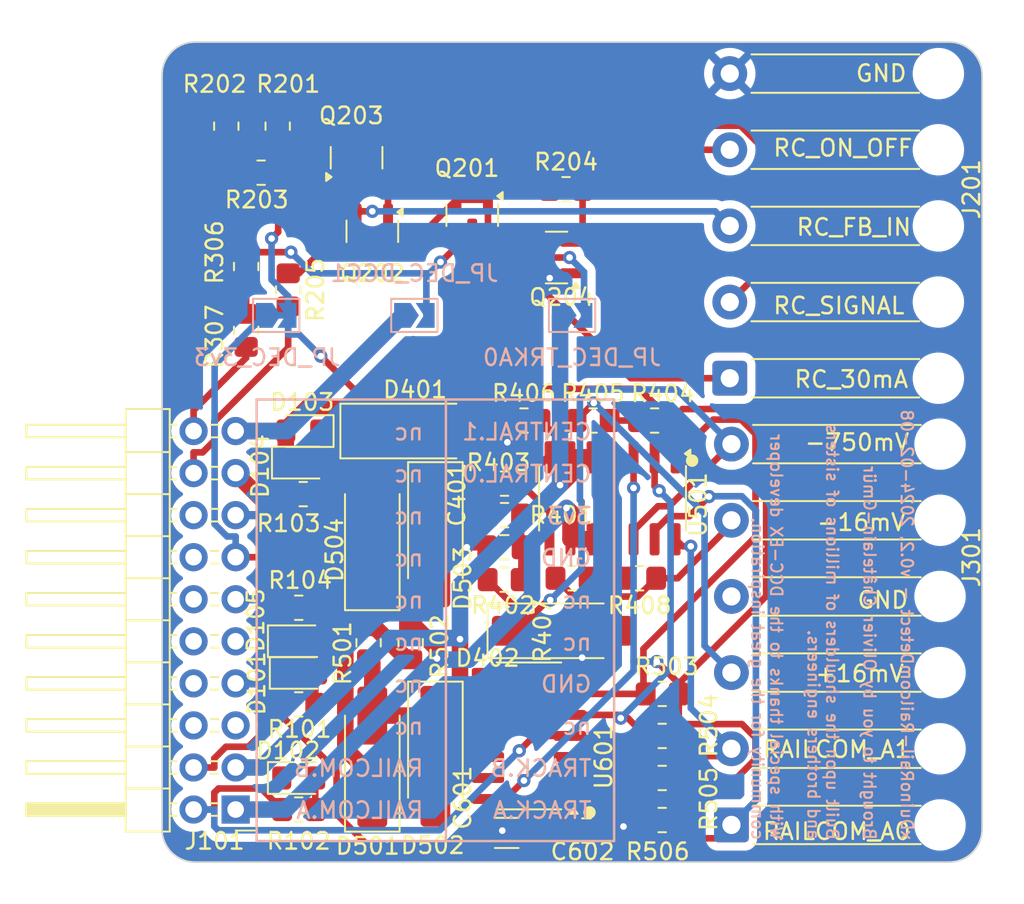
<source format=kicad_pcb>
(kicad_pcb (version 20240108) (generator "pcbnew") (generator_version "8.0")
  (layers (0 "F.Cu" mixed) (31 "B.Cu" mixed) (34 "B.Paste" user) (35 "F.Paste" user) (36 "B.SilkS" user "B.Silkscreen") (37 "F.SilkS" user "F.Silkscreen") (38 "B.Mask" user) (39 "F.Mask" user) (44 "Edge.Cuts" user))
  (net 0 "")
  (net 1 "/RAILCOM0")
  (net 2 "GND")
  (net 3 "/RAILCOM1")
  (net 4 "/RAILCOM2")
  (net 5 "+3V3")
  (net 6 "-750mV")
  (net 7 "/DCC0")
  (net 8 "-18mV")
  (net 9 "/centrale-railcom-feedback/central_railcom-power-source/DCC_NEG")
  (net 10 "Net-(D101-A)")
  (net 11 "/CN_A5")
  (net 12 "/CN_A4")
  (net 13 "/centrale-railcom-feedback/central_railcom-merger/RAILCOM_C1")
  (net 14 "/centrale-railcom-feedback/central_railcom-merger/RAILCOM_C0")
  (net 15 "/centrale-railcom-feedback/central_railcom-merger/RAILCOM_D1")
  (net 16 "/centrale-railcom-feedback/central_railcom-merger/RAILCOM_D0")
  (net 17 "/TRACK_A0")
  (net 18 "/TRACK_B0")
  (net 19 "/DECODER_DIGITAL")
  (net 20 "/DECODER_RAILCOM")
  (net 29 "/RAILCOM3")
  (net 30 "/CN_A3")
  (net 31 "+18mV")
  (net 32 "/CN_A2")
  (net 33 "/DCC1")
  (net 34 "Net-(D102-A)")
  (net 35 "Net-(D103-K)")
  (net 36 "Net-(D401-A)")
  (net 37 "/rails_signal_feedback_dcc-railcom-8x50/RC_CURR")
  (net 38 "Net-(D105-A)")
  (net 39 "/rails_signal_feedback_dcc-railcom-8x50/RC_ON_OFF")
  (net 40 "/rails_signal_feedback_dcc-railcom-8x50/RC_FB_IN")
  (net 41 "/rails_signal_feedback_dcc-railcom-8x50/RC_SIGNAL")
  (net 42 "/RC_GENERATOR0")
  (net 43 "/RC_GENERATOR1")
  (net 44 "/rails_signal_feedback_dcc-railcom-8x50/15R")
  (net 45 "Net-(R404-Pad1)")
  (net 46 "Net-(R306-Pad2)")
  (footprint "Resistor_SMD:R_0805_2012Metric_Pad1.20x1.40mm_HandSolder" (layer "F.Cu") (at 144.78 107.315)
    (property "Reference" "R101")
    (property "Value" "10k")
  )
  (footprint "Resistor_SMD:R_0805_2012Metric_Pad1.20x1.40mm_HandSolder" (layer "F.Cu") (at 166.735 106.68)
    (property "Reference" "R503")
    (property "Value" "10k")
  )
  (footprint "Resistor_SMD:R_0805_2012Metric_Pad1.20x1.40mm_HandSolder" (layer "F.Cu") (at 151.5408 103.5911 -90)
    (property "Reference" "R502")
    (property "Value" "2R")
  )
  (footprint "Resistor_SMD:R_0805_2012Metric_Pad1.20x1.40mm_HandSolder" (layer "F.Cu") (at 157.21 95.885 180)
    (property "Reference" "R401")
    (property "Value" "220R")
  )
  (footprint "Resistor_SMD:R_0805_2012Metric_Pad1.20x1.40mm_HandSolder" (layer "F.Cu") (at 157.21 93.98)
    (property "Reference" "R403")
    (property "Value" "220R")
  )
  (footprint "Resistor_SMD:R_0805_2012Metric_Pad1.20x1.40mm_HandSolder" (layer "F.Cu") (at 144.78 113.665)
    (property "Reference" "R102")
    (property "Value" "10k")
  )
  (footprint "LED_SMD:LED_0805_2012Metric_Pad1.15x1.40mm_HandSolder" (layer "F.Cu") (at 145.025 92.71)
    (property "Reference" "D104")
    (property "Value" "LED_WHITE")
  )
  (footprint "Resistor_SMD:R_0805_2012Metric_Pad1.20x1.40mm_HandSolder" (layer "F.Cu") (at 166.735 114.3)
    (property "Reference" "R506")
    (property "Value" "10k")
  )
  (footprint "LED_SMD:LED_0805_2012Metric_Pad1.15x1.40mm_HandSolder" (layer "F.Cu") (at 144.78 111.76)
    (property "Reference" "D102")
    (property "Value" "LED_GREEN")
  )
  (footprint "Package_TO_SOT_SMD:SOT-23" (layer "F.Cu") (at 149.225 78.74 -90)
    (property "Reference" "Q202")
    (property "Value" "S8550")
  )
  (footprint "Diode_SMD:D_SMA_Handsoldering" (layer "F.Cu") (at 153.035 97.195 -90)
    (property "Reference" "D503")
    (property "Value" "SS54")
  )
  (footprint "Diode_SMD:D_SMA_Handsoldering" (layer "F.Cu") (at 151.805 90.805)
    (property "Reference" "D401")
    (property "Value" "SM4007")
  )
  (footprint "Package_TO_SOT_SMD:SOT-23" (layer "F.Cu") (at 155.26 77.7725 -90)
    (property "Reference" "Q201")
    (property "Value" "S8050")
  )
  (footprint "Package_TO_SOT_SMD:SOT-23" (layer "F.Cu") (at 160.3525 80.325 180)
    (property "Reference" "Q204")
    (property "Value" "S8050")
  )
  (footprint "Resistor_SMD:R_0805_2012Metric_Pad1.20x1.40mm_HandSolder" (layer "F.Cu") (at 145.05 94.615 180)
    (property "Reference" "R103")
    (property "Value" "10k")
  )
  (footprint "Resistor_SMD:R_0805_2012Metric_Pad1.20x1.40mm_HandSolder" (layer "F.Cu") (at 166.275 90.17)
    (property "Reference" "R404")
    (property "Value" "10k")
  )
  (footprint "Resistor_SMD:R_0805_2012Metric_Pad1.20x1.40mm_HandSolder" (layer "F.Cu") (at 161.29 99.695 180)
    (property "Reference" "R407")
    (property "Value" "220R")
  )
  (footprint "Resistor_SMD:R_0805_2012Metric_Pad1.20x1.40mm_HandSolder" (layer "F.Cu") (at 142.51 75.2)
    (property "Reference" "R203")
    (property "Value" "10R")
  )
  (footprint "LED_SMD:LED_0805_2012Metric_Pad1.15x1.40mm_HandSolder" (layer "F.Cu") (at 144.78 103.505)
    (property "Reference" "D105")
    (property "Value" "LED_RED")
  )
  (footprint "Resistor_SMD:R_0805_2012Metric_Pad1.20x1.40mm_HandSolder" (layer "F.Cu") (at 165.37 99.695 180)
    (property "Reference" "R408")
    (property "Value" "10k")
  )
  (footprint "Diode_SMD:D_SMA_Handsoldering" (layer "F.Cu") (at 149.225 97.115 90)
    (property "Reference" "D504")
    (property "Value" "SS54")
  )
  (footprint "Diode_SMD:D_SMA_Handsoldering" (layer "F.Cu") (at 149.225 110.49 90)
    (property "Reference" "D501")
    (property "Value" "SS54")
  )
  (footprint "Capacitor_SMD:C_1206_3216Metric_Pad1.33x1.80mm_HandSolder" (layer "F.Cu") (at 157.3438 115.0784 180)
    (property "Reference" "C601")
    (property "Value" "100uF")
  )
  (footprint "LED_SMD:LED_0805_2012Metric_Pad1.15x1.40mm_HandSolder" (layer "F.Cu") (at 144.895 105.41)
    (property "Reference" "D101")
    (property "Value" "LED_BLUE")
  )
  (footprint "Connector_Wire:SolderWire-0.5sqmm_1x06_P4.6mm_D0.9mm_OD2.1mm_Relief" (layer "F.Cu") (at 170.915 114.595 90)
    (property "Reference" "J301")
    (property "Value" "Conn_01x06")
  )
  (footprint "Package_SO:SOIC-14_3.9x8.7mm_P1.27mm" (layer "F.Cu") (at 163.735 94.8675 -90)
    (property "Reference" "U501")
    (property "Value" "LM339")
  )
  (footprint "Resistor_SMD:R_0805_2012Metric_Pad1.20x1.40mm_HandSolder" (layer "F.Cu") (at 144.7814 101.4767 180)
    (property "Reference" "R104")
    (property "Value" "10k")
  )
  (footprint "Resistor_SMD:R_0805_2012Metric_Pad1.20x1.40mm_HandSolder" (layer "F.Cu") (at 166.735 109.22)
    (property "Reference" "R504")
    (property "Value" "10k")
  )
  (footprint "Diode_SMD:D_SMA_Handsoldering" (layer "F.Cu") (at 160.695 102.87)
    (property "Reference" "D402")
    (property "Value" "SM4007")
  )
  (footprint "Package_SO:SOIC-14_3.9x8.7mm_P1.27mm" (layer "F.Cu") (at 158.685 109.22 180)
    (property "Reference" "U601")
    (property "Value" "74HC02")
  )
  (footprint "Resistor_SMD:R_0805_2012Metric_Pad1.20x1.40mm_HandSolder" (layer "F.Cu") (at 149.0008 103.5911 90)
    (property "Reference" "R501")
    (property "Value" "2R")
  )
  (footprint "Capacitor_SMD:C_0805_2012Metric_Pad1.18x1.45mm_HandSolder" (layer "F.Cu") (at 162.1575 114.935)
    (property "Reference" "C602")
    (property "Value" "100nF")
  )
  (footprint "Resistor_SMD:R_0805_2012Metric_Pad1.20x1.40mm_HandSolder" (layer "F.Cu") (at 158.385 90.17)
    (property "Reference" "R406")
    (property "Value" "220R")
  )
  (footprint "Package_TO_SOT_SMD:SOT-23" (layer "F.Cu") (at 148.275 74.295 90)
    (property "Reference" "Q203")
    (property "Value" "S8550")
  )
  (footprint "Capacitor_SMD:C_0805_2012Metric_Pad1.18x1.45mm_HandSolder" (layer "F.Cu") (at 157.1934 97.8248)
    (property "Reference" "C401")
    (property "Value" "47uF")
  )
  (footprint "Diode_SMD:D_SMA_Handsoldering" (layer "F.Cu") (at 153.035 110.45 -90)
    (property "Reference" "D502")
    (property "Value" "SS54")
  )
  (footprint "Connector_PinHeader_2.54mm:PinHeader_2x10_P2.54mm_Horizontal" (layer "F.Cu") (at 140.97 113.665 180)
    (property "Reference" "J101")
    (property "Value" "Conn_02x10_Odd_Even")
  )
  (footprint "Resistor_SMD:R_0805_2012Metric_Pad1.20x1.40mm_HandSolder" (layer "F.Cu") (at 143.51 72.39 -90)
    (property "Reference" "R201")
    (property "Value" "10R")
  )
  (footprint "Resistor_SMD:R_0805_2012Metric_Pad1.20x1.40mm_HandSolder" (layer "F.Cu") (at 160.925 76.2)
    (property "Reference" "R204")
    (property "Value" "10k")
  )
  (footprint "Resistor_SMD:R_0805_2012Metric_Pad1.20x1.40mm_HandSolder" (layer "F.Cu") (at 140.4051 72.39 -90)
    (property "Reference" "R202")
    (property "Value" "10R")
  )
  (footprint "Resistor_SMD:R_0805_2012Metric_Pad1.20x1.40mm_HandSolder" (layer "F.Cu") (at 141.605 84.725 -90)
    (property "Reference" "R307")
    (property "Value" "10k")
  )
  (footprint "LED_SMD:LED_0805_2012Metric_Pad1.15x1.40mm_HandSolder" (layer "F.Cu") (at 145.025 90.805 180)
    (property "Reference" "D103")
    (property "Value" "LED_YELLOW")
  )
  (footprint "Resistor_SMD:R_0805_2012Metric_Pad1.20x1.40mm_HandSolder" (layer "F.Cu") (at 144.145 82.28 -90)
    (property "Reference" "R205")
    (property "Value" "10k")
  )
  (footprint "Resistor_SMD:R_0805_2012Metric_Pad1.20x1.40mm_HandSolder" (layer "F.Cu") (at 157.1894 99.7808)
    (property "Reference" "R402")
    (property "Value" "220R")
  )
  (footprint "Resistor_SMD:R_0805_2012Metric_Pad1.20x1.40mm_HandSolder" (layer "F.Cu") (at 141.605 80.8675 -90)
    (property "Reference" "R306")
    (property "Value" "10k")
  )
  (footprint "Resistor_SMD:R_0805_2012Metric_Pad1.20x1.40mm_HandSolder" (layer "F.Cu") (at 162.56 90.17)
    (property "Reference" "R405")
    (property "Value" "10k")
  )
  (footprint "Connector_Wire:SolderWire-0.5sqmm_1x05_P4.6mm_D0.9mm_OD2.1mm_Relief" (layer "F.Cu") (at 170.815 87.615 90)
    (property "Reference" "J201")
    (property "Value" "Conn_01x05")
  )
  (footprint "Resistor_SMD:R_0805_2012Metric_Pad1.20x1.40mm_HandSolder" (layer "F.Cu") (at 166.735 111.76)
    (property "Reference" "R505")
    (property "Value" "10k")
  )
  (footprint "Jumper:SolderJumper-2_P1.3mm_Open_TrianglePad1.0x1.5mm" (layer "B.Cu") (at 151.765 83.82)
    (property "Reference" "JP_DEC_DCC1")
    (property "Value" "SolderJumper_2_Open")
  )
  (footprint "Jumper:SolderJumper-2_P1.3mm_Open_TrianglePad1.0x1.5mm" (layer "B.Cu") (at 143.42 83.82)
    (property "Reference" "JP_DEC_3v3")
    (property "Value" "SolderJumper_2_Open")
  )
  (footprint "Jumper:SolderJumper-2_P1.3mm_Open_TrianglePad1.0x1.5mm" (layer "B.Cu") (at 161.29 83.82)
    (property "Reference" "JP_DEC_TRKA0")
    (property "Value" "SolderJumper_2_Open")
  )
  (gr_line (start 153.67 115.57) (end 153.67 88.9) (stroke (width 0.15)) (layer "B.SilkS"))
  (gr_rect (start 142.24 88.9) (end 163.83 115.57) (stroke (width 0.15)) (fill none) (layer "B.SilkS"))
  (gr_circle (center 168.539685 92.595379) (end 168.839685 92.595379) (stroke (width 0.15)) (fill solid) (layer "F.SilkS"))
  (gr_circle (center 162.343794 113.836473) (end 162.643794 113.836473) (stroke (width 0.15)) (fill solid) (layer "F.SilkS"))
  (gr_arc (start 136.525 69.31) (mid 137.110786 67.895786) (end 138.525 67.31) (stroke (width 0.1)) (layer "Edge.Cuts"))
  (gr_arc (start 138.525 116.84) (mid 137.110786 116.254214) (end 136.525 114.84) (stroke (width 0.1)) (layer "Edge.Cuts"))
  (gr_line (start 184.055 116.84) (end 138.525 116.84) (stroke (width 0.1)) (layer "Edge.Cuts"))
  (gr_arc (start 184.055 67.31) (mid 185.469214 67.895786) (end 186.055 69.31) (stroke (width 0.1)) (layer "Edge.Cuts"))
  (gr_arc (start 186.055 114.84) (mid 185.469214 116.254214) (end 184.055 116.84) (stroke (width 0.1)) (layer "Edge.Cuts"))
  (gr_line (start 136.525 114.84) (end 136.525 69.31) (stroke (width 0.1)) (layer "Edge.Cuts"))
  (gr_line (start 138.525 67.31) (end 184.055 67.31) (stroke (width 0.1)) (layer "Edge.Cuts"))
  (gr_line (start 186.055 69.31) (end 186.055 114.84) (stroke (width 0.1)) (layer "Edge.Cuts"))
  (gr_text "CENTRAL.1" (at 162.56 91.44 0) (layer "B.SilkS") (effects (font (size 1 1)) (justify left bottom mirror)))
  (gr_text "TRACK.A" (at 162.56 114.3 0) (layer "B.SilkS") (effects (font (size 1 1)) (justify left bottom mirror)))
  (gr_text "RAILCOM.A" (at 152.4 114.3 0) (layer "B.SilkS") (effects (font (size 1 1)) (justify left bottom mirror)))
  (gr_text "nc" (at 152.4 104.14 0) (layer "B.SilkS") (effects (font (size 1 1)) (justify left bottom mirror)))
  (gr_text "nc" (at 152.4 101.6 0) (layer "B.SilkS") (effects (font (size 1 1)) (justify left bottom mirror)))
  (gr_text "CENTRAL.0" (at 162.56 93.98 0) (layer "B.SilkS") (effects (font (size 1 1)) (justify left bottom mirror)))
  (gr_text "nc" (at 152.4 91.44 0) (layer "B.SilkS") (effects (font (size 1 1)) (justify left bottom mirror)))
  (gr_text "TRACK.B" (at 162.56 111.76 0) (layer "B.SilkS") (effects (font (size 1 1)) (justify left bottom mirror)))
  (gr_text "xDuinoRail-RailcomDetect - v0.2, 2024-02-08\n\nBrought to you by Olivier Châtelain-Gmür\n\nBuilt upon the shoulders of millions of sisters\nand brothers engineers.\n\nWith special thanks to the DCC-EX developer \ncommunity for the great inspiration." (at 172.085 115.57 270) (layer "B.SilkS") (effects (font (size 0.7 0.7) (thickness 0.125)) (justify left bottom mirror)))
  (gr_text "3v3" (at 162.56 96.52 0) (layer "B.SilkS") (effects (font (size 1 1)) (justify left bottom mirror)))
  (gr_text "GND\n" (at 162.56 99.06 0) (layer "B.SilkS") (effects (font (size 1 1)) (justify left bottom mirror)))
  (gr_text "RAILCOM.B" (at 152.4 111.76 0) (layer "B.SilkS") (effects (font (size 1 1)) (justify left bottom mirror)))
  (gr_text "nc" (at 162.56 101.6 0) (layer "B.SilkS") (effects (font (size 1 1)) (justify left bottom mirror)))
  (gr_text "nc" (at 152.4 93.98 0) (layer "B.SilkS") (effects (font (size 1 1)) (justify left bottom mirror)))
  (gr_text "nc" (at 152.4 106.68 0) (layer "B.SilkS") (effects (font (size 1 1)) (justify left bottom mirror)))
  (gr_text "nc" (at 152.4 109.22 0) (layer "B.SilkS") (effects (font (size 1 1)) (justify left bottom mirror)))
  (gr_text "GND\n" (at 162.56 106.68 0) (layer "B.SilkS") (effects (font (size 1 1)) (justify left bottom mirror)))
  (gr_text "nc" (at 152.4 96.52 0) (layer "B.SilkS") (effects (font (size 1 1)) (justify left bottom mirror)))
  (gr_text "nc" (at 162.56 109.22 0) (layer "B.SilkS") (effects (font (size 1 1)) (justify left bottom mirror)))
  (gr_text "nc" (at 162.56 104.14 0) (layer "B.SilkS") (effects (font (size 1 1)) (justify left bottom mirror)))
  (gr_text "nc" (at 152.4 99.06 0) (layer "B.SilkS") (effects (font (size 1 1)) (justify left bottom mirror)))
  (gr_text "RAILCOM_A1" (at 172.729111 110.614568 0) (layer "F.SilkS") (effects (font (size 1 1)) (justify left bottom)))
  (gr_text "-750mV" (at 175.26 92.075 0) (layer "F.SilkS") (effects (font (size 1 1)) (justify left bottom)))
  (gr_text "+16mV" (at 175.895 106.045 0) (layer "F.SilkS") (effects (font (size 1 1)) (justify left bottom)))
  (gr_text "RC_SIGNAL" (at 173.355 83.82 0) (layer "F.SilkS") (effects (font (size 1 1)) (justify left bottom)))
  (gr_text "RC_30mA" (at 174.625 88.265 0) (layer "F.SilkS") (effects (font (size 1 1)) (justify left bottom)))
  (gr_text "GND" (at 178.435 101.6 0) (layer "F.SilkS") (effects (font (size 1 1)) (justify left bottom)))
  (gr_text "-16mV" (at 175.992227 96.905835 0) (layer "F.SilkS") (effects (font (size 1 1)) (justify left bottom)))
  (gr_text "RC_FB_IN" (at 174.757582 79.074945 0) (layer "F.SilkS") (effects (font (size 1 1)) (justify left bottom)))
  (gr_text "RC_ON_OFF" (at 173.355 74.295 0) (layer "F.SilkS") (effects (font (size 1 1)) (justify left bottom)))
  (gr_text "GND" (at 178.340039 69.787755 0) (layer "F.SilkS") (effects (font (size 1 1)) (justify left bottom)))
  (gr_text "RAILCOM_A0" (at 172.72 115.57 0) (layer "F.SilkS") (effects (font (size 1 1)) (justify left bottom)))
  (segment (start 149.5235 116.4047) (end 161.3965 116.4047) (width 0.4) (layer "F.Cu") (net 1))
  (segment (start 147.0671 113.9483) (end 149.5235 116.4047) (width 0.4) (layer "F.Cu") (net 1))
  (segment (start 143.6808 107.9379) (end 143.6808 107.4142) (width 0.4) (layer "F.Cu") (net 1))
  (segment (start 147.0671 111.3242) (end 147.0671 113.9483) (width 0.4) (layer "F.Cu") (net 1))
  (segment (start 139.6817 111.125) (end 139.6817 110.5773) (width 0.4) (layer "F.Cu") (net 1))
  (segment (start 139.6817 110.5773) (end 140.3857 109.8733) (width 0.4) (layer "F.Cu") (net 1))
  (segment (start 143.6808 107.4142) (end 143.78 107.315) (width 0.4) (layer "F.Cu") (net 1))
  (segment (start 140.3857 109.8733) (end 141.7454 109.8733) (width 0.4) (layer "F.Cu") (net 1))
  (segment (start 143.6808 107.9379) (end 147.0671 111.3242) (width 0.4) (layer "F.Cu") (net 1))
  (segment (start 161.3965 116.4047) (end 162.156 115.6452) (width 0.4) (layer "F.Cu") (net 1))
  (segment (start 141.7454 109.8733) (end 143.6808 107.9379) (width 0.4) (layer "F.Cu") (net 1))
  (segment (start 138.43 111.125) (end 139.6817 111.125) (width 0.4) (layer "F.Cu") (net 1))
  (segment (start 162.156 114.026) (end 161.16 113.03) (width 0.4) (layer "F.Cu") (net 1))
  (segment (start 162.156 115.6452) (end 162.156 114.026) (width 0.4) (layer "F.Cu") (net 1))
  (segment (start 144.7248 110.7237) (end 143.755 111.6935) (width 0.4) (layer "F.Cu") (net 2))
  (segment (start 163.4381 114.6919) (end 163.195 114.935) (width 0.4) (layer "F.Cu") (net 2))
  (segment (start 157.0761 114.9385) (end 155.9212 114.9385) (width 0.4) (layer "F.Cu") (net 2))
  (segment (start 160.9965 81.5685) (end 161.29 81.275) (width 0.4) (layer "F.Cu") (net 2))
  (segment (start 143.12 106.045) (end 143.755 105.41) (width 0.4) (layer "F.Cu") (net 2))
  (segment (start 155.9212 114.9385) (end 155.7813 115.0784) (width 0.4) (layer "F.Cu") (net 2))
  (segment (start 143.755 111.6935) (end 143.755 111.76) (width 0.4) (layer "F.Cu") (net 2))
  (segment (start 163.195 102.87) (end 163.195 102.6) (width 0.4) (layer "F.Cu") (net 2))
  (segment (start 140.97 106.045) (end 143.12 106.045) (width 0.4) (layer "F.Cu") (net 2))
  (segment (start 157.385 90.17) (end 157.385 91.4832) (width 0.4) (layer "F.Cu") (net 2))
  (segment (start 163.195 103.1921) (end 163.195 102.87) (width 0.4) (layer "F.Cu") (net 2))
  (segment (start 161.8968 104.4903) (end 163.195 103.1921) (width 0.4) (layer "F.Cu") (net 2))
  (segment (start 159.9383 81.5685) (end 160.9965 81.5685) (width 0.4) (layer "F.Cu") (net 2))
  (segment (start 164.395 114.6919) (end 163.4381 114.6919) (width 0.4) (layer "F.Cu") (net 2))
  (segment (start 156.1559 97.8248) (end 154.9323 97.8248) (width 0.4) (layer "F.Cu") (net 2))
  (segment (start 161.16 105.41) (end 161.16 105.2271) (width 0.4) (layer "F.Cu") (net 2))
  (segment (start 157.385 91.4832) (end 157.3834 91.4848) (width 0.4) (layer "F.Cu") (net 2))
  (segment (start 157.3834 91.4848) (end 157.3834 92.8066) (width 0.4) (layer "F.Cu") (net 2))
  (segment (start 143.755 105.41) (end 143.755 103.505) (width 0.4) (layer "F.Cu") (net 2))
  (segment (start 157.3834 92.8066) (end 156.21 93.98) (width 0.4) (layer "F.Cu") (net 2))
  (segment (start 143.755 105.41) (end 143.87 105.41) (width 0.4) (layer "F.Cu") (net 2))
  (segment (start 161.16 105.2271) (end 161.8968 104.4903) (width 0.4) (layer "F.Cu") (net 2))
  (segment (start 163.195 102.6) (end 160.29 99.695) (width 0.4) (layer "F.Cu") (net 2))
  (via (at 159.9383 81.5685) (size 0.8) (drill 0.4) (layers "F.Cu" "B.Cu") (net 2))
  (via (at 157.0761 114.9385) (size 0.8) (drill 0.4) (layers "F.Cu" "B.Cu") (net 2))
  (via (at 154.9323 97.8248) (size 0.8) (drill 0.4) (layers "F.Cu" "B.Cu") (net 2))
  (via (at 157.3834 91.4848) (size 0.8) (drill 0.4) (layers "F.Cu" "B.Cu") (net 2))
  (via (at 164.395 114.6919) (size 0.8) (drill 0.4) (layers "F.Cu" "B.Cu") (net 2))
  (via (at 144.7248 110.7237) (size 0.8) (drill 0.4) (layers "F.Cu" "B.Cu") (net 2))
  (via (at 161.8968 104.4903) (size 0.8) (drill 0.4) (layers "F.Cu" "B.Cu") (net 2))
  (segment (start 139.9347 112.395) (end 142.51 112.395) (width 0.4) (layer "F.Cu") (net 3))
  (segment (start 158.9982 109.22) (end 161.16 109.22) (width 0.4) (layer "F.Cu") (net 3))
  (segment (start 139.6817 112.648) (end 139.9347 112.395) (width 0.4) (layer "F.Cu") (net 3))
  (segment (start 139.6817 113.665) (end 139.6817 112.648) (width 0.4) (layer "F.Cu") (net 3))
  (segment (start 158.1038 110.1144) (end 158.9982 109.22) (width 0.4) (layer "F.Cu") (net 3))
  (segment (start 142.51 112.395) (end 143.78 113.665) (width 0.4) (layer "F.Cu") (net 3))
  (segment (start 138.43 113.665) (end 139.6817 113.665) (width 0.4) (layer "F.Cu") (net 3))
  (via (at 158.1038 110.1144) (size 0.8) (drill 0.4) (layers "F.Cu" "B.Cu") (net 3))
  (segment (start 139.6817 113.665) (end 139.6817 114.682) (width 0.4) (layer "B.Cu") (net 3))
  (segment (start 139.9164 114.9167) (end 153.3015 114.9167) (width 0.4) (layer "B.Cu") (net 3))
  (segment (start 153.3015 114.9167) (end 158.1038 110.1144) (width 0.4) (layer "B.Cu") (net 3))
  (segment (start 139.6817 114.682) (end 139.9164 114.9167) (width 0.4) (layer "B.Cu") (net 3))
  (segment (start 138.43 113.665) (end 139.6817 113.665) (width 0.4) (layer "B.Cu") (net 3))
  (segment (start 171.7693 89.4775) (end 173.0124 90.7206) (width 0.4) (layer "F.Cu") (net 5))
  (segment (start 145.7814 101.4767) (end 142.7297 98.425) (width 0.4) (layer "F.Cu") (net 5))
  (segment (start 165.3613 88.2563) (end 167.275 90.17) (width 0.4) (layer "F.Cu") (net 5))
  (segment (start 173.0124 100.7785) (end 167.735 106.0559) (width 0.4) (layer "F.Cu") (net 5))
  (segment (start 157.2662 113.03) (end 156.21 113.03) (width 0.4) (layer "F.Cu") (net 5))
  (segment (start 172.3676 109.3222) (end 172.3676 110.6217) (width 0.4) (layer "F.Cu") (net 5))
  (segment (start 148.0852 88.2563) (end 165.3613 88.2563) (width 0.4) (layer "F.Cu") (net 5))
  (segment (start 171.551 108.5056) (end 172.3676 109.3222) (width 0.4) (layer "F.Cu") (net 5))
  (segment (start 143.5425 75.2325) (end 143.51 75.2) (width 0.4) (layer "F.Cu") (net 5))
  (segment (start 143.5425 75.2325) (end 143.5425 78.7753) (width 0.4) (layer "F.Cu") (net 5))
  (segment (start 171.2293 111.76) (end 167.735 111.76) (width 0.4) (layer "F.Cu") (net 5))
  (segment (start 146.1125 86.2836) (end 148.0852 88.2563) (width 0.4) (layer "F.Cu") (net 5))
  (segment (start 167.275 90.17) (end 167.9675 89.4775) (width 0.4) (layer "F.Cu") (net 5))
  (segment (start 158.3816 111.9146) (end 157.2662 113.03) (width 0.4) (layer "F.Cu") (net 5))
  (segment (start 161.12 114.935) (end 159.0497 114.935) (width 0.4) (layer "F.Cu") (net 5))
  (segment (start 147.325 75.2325) (end 143.5425 75.2325) (width 0.4) (layer "F.Cu") (net 5))
  (segment (start 167.735 108.5056) (end 167.735 109.22) (width 0.4) (layer "F.Cu") (net 5))
  (segment (start 159.0497 114.935) (end 158.9063 115.0784) (width 0.4) (layer "F.Cu") (net 5))
  (segment (start 142.7297 98.425) (end 140.97 98.425) (width 0.4) (layer "F.Cu") (net 5))
  (segment (start 143.5425 78.7753) (end 143.1411 79.1767) (width 0.4) (layer "F.Cu") (net 5))
  (segment (start 167.735 106.0559) (end 167.735 106.68) (width 0.4) (layer "F.Cu") (net 5))
  (segment (start 159.0497 114.935) (end 159.0497 114.8135) (width 0.4) (layer "F.Cu") (net 5))
  (segment (start 165.005 94.241) (end 165.005 92.3925) (width 0.4) (layer "F.Cu") (net 5))
  (segment (start 167.735 106.68) (end 167.735 108.5056) (width 0.4) (layer "F.Cu") (net 5))
  (segment (start 166.4043 104.7252) (end 167.735 106.0559) (width 0.4) (layer "F.Cu") (net 5))
  (segment (start 167.9675 89.4775) (end 171.7693 89.4775) (width 0.4) (layer "F.Cu") (net 5))
  (segment (start 167.735 108.5056) (end 171.551 108.5056) (width 0.4) (layer "F.Cu") (net 5))
  (segment (start 167.735 111.76) (end 167.735 114.3) (width 0.4) (layer "F.Cu") (net 5))
  (segment (start 173.0124 90.7206) (end 173.0124 100.7785) (width 0.4) (layer "F.Cu") (net 5))
  (segment (start 172.3676 110.6217) (end 171.2293 111.76) (width 0.4) (layer "F.Cu") (net 5))
  (segment (start 159.0497 114.8135) (end 157.2662 113.03) (width 0.4) (layer "F.Cu") (net 5))
  (via (at 165.005 94.241) (size 0.8) (drill 0.4) (layers "F.Cu" "B.Cu") (net 5))
  (via (at 166.4043 104.7252) (size 0.8) (drill 0.4) (layers "F.Cu" "B.Cu") (net 5))
  (via (at 143.1411 79.1767) (size 0.8) (drill 0.4) (layers "F.Cu" "B.Cu") (net 5))
  (via (at 158.3816 111.9146) (size 0.8) (drill 0.4) (layers "F.Cu" "B.Cu") (net 5))
  (via (at 146.1125 86.2836) (size 0.8) (drill 0.4) (layers "F.Cu" "B.Cu") (net 5))
  (segment (start 140.97 98.425) (end 140.97 97.1733) (width 0.4) (layer "B.Cu") (net 5))
  (segment (start 139.7 86.815) (end 139.7 96.422) (width 0.4) (layer "B.Cu") (net 5))
  (segment (start 144.145 83.82) (end 144.145 82.6683) (width 0.4) (layer "B.Cu") (net 5))
  (segment (start 158.3816 111.9146) (end 165.005 105.2912) (width 0.4) (layer "B.Cu") (net 5))
  (segment (start 140.4513 97.1733) (end 140.97 97.1733) (width 0.4) (layer "B.Cu") (net 5))
  (segment (start 142.695 83.82) (end 139.7 86.815) (width 0.4) (layer "B.Cu") (net 5))
  (segment (start 165.005 104.7252) (end 165.005 94.241) (width 0.4) (layer "B.Cu") (net 5))
  (segment (start 144.145 84.9717) (end 144.8006 84.9717) (width 0.4) (layer "B.Cu") (net 5))
  (segment (start 165.005 105.2912) (end 165.005 104.7252) (width 0.4) (layer "B.Cu") (net 5))
  (segment (start 144.145 83.82) (end 144.145 84.9717) (width 0.4) (layer "B.Cu") (net 5))
  (segment (start 143.1411 79.1767) (end 143.1411 81.6644) (width 0.4) (layer "B.Cu") (net 5))
  (segment (start 143.1411 81.6644) (end 144.145 82.6683) (width 0.4) (layer "B.Cu") (net 5))
  (segment (start 144.8006 84.9717) (end 146.1125 86.2836) (width 0.4) (layer "B.Cu") (net 5))
  (segment (start 139.7 96.422) (end 140.4513 97.1733) (width 0.4) (layer "B.Cu") (net 5))
  (segment (start 142.695 83.82) (end 144.145 83.82) (width 0.4) (layer "B.Cu") (net 5))
  (segment (start 165.005 104.7252) (end 166.4043 104.7252) (width 0.4) (layer "B.Cu") (net 5))
  (segment (start 158.6262 102.2175) (end 158.195 102.6487) (width 0.4) (layer "F.Cu") (net 6))
  (segment (start 164.37 99.695) (end 165.005 99.06) (width 0.4) (layer "F.Cu") (net 6))
  (segment (start 158.195 102.6487) (end 158.195 102.87) (width 0.4) (layer "F.Cu") (net 6))
  (segment (start 167.1638 95.3462) (end 170.915 91.595) (width 0.4) (layer "F.Cu") (net 6))
  (segment (start 165.005 97.3425) (end 165.005 96.82) (width 0.4) (layer "F.Cu") (net 6))
  (segment (start 158.6262 102.2175) (end 159.8265 101.0172) (width 0.4) (layer "F.Cu") (net 6))
  (segment (start 158.6262 102.2175) (end 156.1894 99.7808) (width 0.4) (layer "F.Cu") (net 6))
  (segment (start 165.005 96.82) (end 166.4788 95.3462) (width 0.4) (layer "F.Cu") (net 6))
  (segment (start 159.8265 101.0172) (end 159.9729 101.0172) (width 0.4) (layer "F.Cu") (net 6))
  (segment (start 166.4788 95.3462) (end 167.1638 95.3462) (width 0.4) (layer "F.Cu") (net 6))
  (segment (start 165.005 99.06) (end 165.005 97.3425) (width 0.4) (layer "F.Cu") (net 6))
  (via (at 159.9729 101.0172) (size 0.8) (drill 0.4) (layers "F.Cu" "B.Cu") (net 6))
  (segment (start 161.8638 99.1263) (end 159.9729 101.0172) (width 0.4) (layer "B.Cu") (net 6))
  (segment (start 161.7641 94.9662) (end 161.8638 95.0659) (width 0.4) (layer "B.Cu") (net 6))
  (segment (start 161.7641 88.8122) (end 161.7641 94.9662) (width 0.4) (layer "B.Cu") (net 6))
  (segment (start 161.8638 95.0659) (end 161.8638 99.1263) (width 0.4) (layer "B.Cu") (net 6))
  (segment (start 170.915 91.595) (end 167.6151 88.2951) (width 0.4) (layer "B.Cu") (net 6))
  (segment (start 167.6151 88.2951) (end 162.2812 88.2951) (width 0.4) (layer "B.Cu") (net 6))
  (segment (start 162.2812 88.2951) (end 161.7641 88.8122) (width 0.4) (layer "B.Cu") (net 6))
  (segment (start 147.6223 98.8561) (end 144.7905 96.0243) (width 1) (layer "F.Cu") (net 7))
  (segment (start 147.5949 103.6416) (end 148.6454 102.5911) (width 1) (layer "F.Cu") (net 7))
  (segment (start 153.035 94.695) (end 149.305 94.695) (width 1) (layer "F.Cu") (net 7))
  (segment (start 144.7905 96.0243) (end 146.05 94.7648) (width 1) (layer "F.Cu") (net 7))
  (segment (start 149.0008 102.5911) (end 148.6454 102.5911) (width 1) (layer "F.Cu") (net 7))
  (segment (start 146.05 94.7648) (end 146.05 94.615) (width 1) (layer "F.Cu") (net 7))
  (segment (start 147.5949 110.005) (end 147.5949 103.6416) (width 1) (layer "F.Cu") (net 7))
  (segment (start 149.225 112.99) (end 149.225 112.95) (width 1) (layer "F.Cu") (net 7))
  (segment (start 149.225 111.6351) (end 147.5949 110.005) (width 1) (layer "F.Cu") (net 7))
  (segment (start 143.2658 96.0243) (end 144.7905 96.0243) (width 1) (layer "F.Cu") (net 7))
  (segment (start 142.7279 95.1029) (end 142.7279 95.4864) (width 1) (layer "F.Cu") (net 7))
  (segment (start 151.5408 104.5911) (end 151.3187 104.5911) (width 1) (layer "F.Cu") (net 7))
  (segment (start 142.7279 95.4864) (end 143.2658 96.0243) (width 1) (layer "F.Cu") (net 7))
  (segment (start 147.6223 101.568) (end 147.6223 98.8561) (width 1) (layer "F.Cu") (net 7))
  (segment (start 149.225 112.95) (end 153.035 112.95) (width 1) (layer "F.Cu") (net 7))
  (segment (start 149.305 94.695) (end 149.225 94.615) (width 1) (layer "F.Cu") (net 7))
  (segment (start 149.225 94.615) (end 146.05 94.615) (width 1) (layer "F.Cu") (net 7))
  (segment (start 151.3187 104.5911) (end 149.3187 102.5911) (width 1) (layer "F.Cu") (net 7))
  (segment (start 148.6454 102.5911) (end 147.6223 101.568) (width 1) (layer "F.Cu") (net 7))
  (segment (start 149.225 112.95) (end 149.225 111.6351) (width 1) (layer "F.Cu") (net 7))
  (segment (start 149.3187 102.5911) (end 149.0008 102.5911) (width 1) (layer "F.Cu") (net 7))
  (segment (start 140.97 93.345) (end 142.7279 95.1029) (width 1) (layer "F.Cu") (net 7))
  (segment (start 162.4697 99.5954) (end 162.3896 99.5954) (width 0.4) (layer "F.Cu") (net 8))
  (segment (start 163.735 97.3425) (end 163.735 98.3301) (width 0.4) (layer "F.Cu") (net 8))
  (segment (start 162.3896 99.5954) (end 162.29 99.695) (width 0.4) (layer "F.Cu") (net 8))
  (segment (start 167.6619 99.695) (end 170.915 96.4419) (width 0.4) (layer "F.Cu") (net 8))
  (segment (start 165.2638 100.8012) (end 166.37 99.695) (width 0.4) (layer "F.Cu") (net 8))
  (segment (start 163.735 98.3301) (end 162.4697 99.5954) (width 0.4) (layer "F.Cu") (net 8))
  (segment (start 166.37 99.695) (end 167.6619 99.695) (width 0.4) (layer "F.Cu") (net 8))
  (segment (start 162.4697 99.5954) (end 163.6755 100.8012) (width 0.4) (layer "F.Cu") (net 8))
  (segment (start 170.915 96.4419) (end 170.915 96.195) (width 0.4) (layer "F.Cu") (net 8))
  (segment (start 163.6755 100.8012) (end 165.2638 100.8012) (width 0.4) (layer "F.Cu") (net 8))
  (segment (start 163.735 97.3425) (end 163.735 92.3925) (width 0.4) (layer "F.Cu") (net 8))
  (segment (start 158.21 97.8039) (end 158.21 95.885) (width 0.4) (layer "F.Cu") (net 9))
  (segment (start 158.2309 97.8248) (end 158.21 97.8039) (width 0.4) (layer "F.Cu") (net 9))
  (segment (start 158.2309 99.7393) (end 158.2309 97.8248) (width 0.4) (layer "F.Cu") (net 9))
  (segment (start 158.1894 99.7808) (end 158.2309 99.7393) (width 0.4) (layer "F.Cu") (net 9))
  (segment (start 145.78 105.55) (end 145.78 107.315) (width 0.4) (layer "F.Cu") (net 10))
  (segment (start 145.92 105.41) (end 145.78 105.55) (width 0.4) (layer "F.Cu") (net 10))
  (segment (start 165.4702 106.68) (end 165.6026 106.5476) (width 0.4) (layer "F.Cu") (net 11))
  (segment (start 172.3706 97.1954) (end 165.6026 103.9634) (width 0.4) (layer "F.Cu") (net 11))
  (segment (start 161.16 106.68) (end 165.4702 106.68) (width 0.4) (layer "F.Cu") (net 11))
  (segment (start 169.8227 90.1148) (end 171.5015 90.1148) (width 0.4) (layer "F.Cu") (net 11))
  (segment (start 167.545 92.3925) (end 169.8227 90.1148) (width 0.4) (layer "F.Cu") (net 11))
  (segment (start 172.3706 90.9839) (end 172.3706 97.1954) (width 0.4) (layer "F.Cu") (net 11))
  (segment (start 171.5015 90.1148) (end 172.3706 90.9839) (width 0.4) (layer "F.Cu") (net 11))
  (segment (start 165.6026 106.5476) (end 165.735 106.68) (width 0.4) (layer "F.Cu") (net 11))
  (segment (start 165.6026 103.9634) (end 165.6026 106.5476) (width 0.4) (layer "F.Cu") (net 11))
  (segment (start 166.275 94.135) (end 166.5516 94.4116) (width 0.4) (layer "F.Cu") (net 12))
  (segment (start 161.16 107.95) (end 164.0338 107.95) (width 0.4) (layer "F.Cu") (net 12))
  (segment (start 164.6616 108.1466) (end 165.735 109.22) (width 0.4) (layer "F.Cu") (net 12))
  (segment (start 164.2304 108.1466) (end 164.6616 108.1466) (width 0.4) (layer "F.Cu") (net 12))
  (segment (start 166.275 92.3925) (end 166.275 94.135) (width 0.4) (layer "F.Cu") (net 12))
  (segment (start 164.0338 107.95) (end 164.2304 108.1466) (width 0.4) (layer "F.Cu") (net 12))
  (via (at 166.5516 94.4116) (size 0.8) (drill 0.4) (layers "F.Cu" "B.Cu") (net 12))
  (via (at 164.2304 108.1466) (size 0.8) (drill 0.4) (layers "F.Cu" "B.Cu") (net 12))
  (segment (start 167.2413 105.1357) (end 164.2304 108.1466) (width 0.4) (layer "B.Cu") (net 12))
  (segment (start 167.2413 95.1013) (end 167.2413 105.1357) (width 0.4) (layer "B.Cu") (net 12))
  (segment (start 166.5516 94.4116) (end 167.2413 95.1013) (width 0.4) (layer "B.Cu") (net 12))
  (segment (start 161.195 92.3925) (end 162.465 92.3925) (width 1) (layer "F.Cu") (net 17))
  (segment (start 154.5204 106.4646) (end 154.5204 103.3739) (width 1) (layer "F.Cu") (net 17))
  (segment (start 153.035 107.95) (end 154.5204 106.4646) (width 1) (layer "F.Cu") (net 17))
  (segment (start 161.195 93.4398) (end 160.565 94.0698) (width 1) (layer "F.Cu") (net 17))
  (segment (start 149.225 107.99) (end 152.995 107.99) (width 1) (layer "F.Cu") (net 17))
  (segment (start 152.995 107.99) (end 153.035 107.95) (width 1) (layer "F.Cu") (net 17))
  (segment (start 149.225 107.99) (end 149.225 104.8153) (width 1) (layer "F.Cu") (net 17))
  (segment (start 161.195 92.3925) (end 161.195 93.4398) (width 1) (layer "F.Cu") (net 17))
  (segment (start 149.225 104.8153) (end 149.0008 104.5911) (width 1) (layer "F.Cu") (net 17))
  (via (at 160.565 94.0698) (size 0.8) (drill 0.4) (layers "F.Cu" "B.Cu") (net 17))
  (via (at 154.5204 103.3739) (size 0.8) (drill 0.4) (layers "F.Cu" "B.Cu") (net 17))
  (segment (start 150.3384 103.3083) (end 142.5217 111.125) (width 1) (layer "B.Cu") (net 17))
  (segment (start 160.565 83.82) (end 160.565 94.0698) (width 1) (layer "B.Cu") (net 17))
  (segment (start 160.565 94.0698) (end 154.5204 100.1144) (width 1) (layer "B.Cu") (net 17))
  (segment (start 154.5204 103.3083) (end 150.3384 103.3083) (width 1) (layer "B.Cu") (net 17))
  (segment (start 154.5204 103.3739) (end 154.5204 103.3083) (width 1) (layer "B.Cu") (net 17))
  (segment (start 140.97 111.125) (end 142.5217 111.125) (width 1) (layer "B.Cu") (net 17))
  (segment (start 154.5204 100.1144) (end 154.5204 103.3083) (width 1) (layer "B.Cu") (net 17))
  (segment (start 151.5408 102.5911) (end 151.5408 101.0613) (width 1) (layer "F.Cu") (net 18))
  (segment (start 161.195 95.6899) (end 160.9533 95.4482) (width 1) (layer "F.Cu") (net 18))
  (segment (start 151.5408 101.0613) (end 151.6687 101.0613) (width 1) (layer "F.Cu") (net 18))
  (segment (start 162.465 97.3425) (end 161.195 97.3425) (width 1) (layer "F.Cu") (net 18))
  (segment (start 150.6713 101.0613) (end 151.5408 101.0613) (width 1) (layer "F.Cu") (net 18))
  (segment (start 151.6687 101.0613) (end 153.035 99.695) (width 1) (layer "F.Cu") (net 18))
  (segment (start 153.1311 103.9585) (end 151.7637 102.5911) (width 1) (layer "F.Cu") (net 18))
  (segment (start 153.1311 104.5377) (end 153.1311 103.9585) (width 1) (layer "F.Cu") (net 18))
  (segment (start 151.7637 102.5911) (end 151.5408 102.5911) (width 1) (layer "F.Cu") (net 18))
  (segment (start 161.195 97.3425) (end 161.195 95.6899) (width 1) (layer "F.Cu") (net 18))
  (segment (start 149.225 99.615) (end 150.6713 101.0613) (width 1) (layer "F.Cu") (net 18))
  (via (at 153.1311 104.5377) (size 0.8) (drill 0.4) (layers "F.Cu" "B.Cu") (net 18))
  (via (at 160.9533 95.4482) (size 0.8) (drill 0.4) (layers "F.Cu" "B.Cu") (net 18))
  (segment (start 155.0615 104.6086) (end 153.202 104.6086) (width 1) (layer "B.Cu") (net 18))
  (segment (start 158.8711 100.799) (end 155.0615 104.6086) (width 1) (layer "B.Cu") (net 18))
  (segment (start 144.0038 113.665) (end 153.1311 104.5377) (width 1) (layer "B.Cu") (net 18))
  (segment (start 158.8711 97.5304) (end 158.8711 100.799) (width 1) (layer "B.Cu") (net 18))
  (segment (start 140.97 113.665) (end 144.0038 113.665) (width 1) (layer "B.Cu") (net 18))
  (segment (start 160.9533 95.4482) (end 158.8711 97.5304) (width 1) (layer "B.Cu") (net 18))
  (segment (start 153.202 104.6086) (end 153.1311 104.5377) (width 1) (layer "B.Cu") (net 18))
  (segment (start 138.43 89.5533) (end 141.605 86.3783) (width 0.4) (layer "F.Cu") (net 19))
  (segment (start 141.605 86.3783) (end 141.605 85.725) (width 0.4) (layer "F.Cu") (net 19))
  (segment (start 138.43 90.805) (end 138.43 89.5533) (width 0.4) (layer "F.Cu") (net 19))
  (segment (start 139.6817 90.2333) (end 139.6817 91.3893) (width 0.4) (layer "F.Cu") (net 20))
  (segment (start 144.145 85.77) (end 139.6817 90.2333) (width 0.4) (layer "F.Cu") (net 20))
  (segment (start 144.145 83.28) (end 144.145 85.77) (width 0.4) (layer "F.Cu") (net 20))
  (segment (start 138.43 93.345) (end 138.43 92.0933) (width 0.4) (layer "F.Cu") (net 20))
  (segment (start 138.9777 92.0933) (end 138.43 92.0933) (width 0.4) (layer "F.Cu") (net 20))
  (segment (start 139.6817 91.3893) (end 138.9777 92.0933) (width 0.4) (layer "F.Cu") (net 20))
  (segment (start 167.9662 97.7637) (end 167.545 97.3425) (width 0.4) (layer "F.Cu") (net 30))
  (segment (start 170.915 109.995) (end 170.4699 110.4401) (width 0.4) (layer "F.Cu") (net 30))
  (segment (start 164.465 110.49) (end 165.735 111.76) (width 0.4) (layer "F.Cu") (net 30))
  (segment (start 170.4699 110.4401) (end 167.0549 110.4401) (width 0.4) (layer "F.Cu") (net 30))
  (segment (start 168.4595 97.7637) (end 167.9662 97.7637) (width 0.4) (layer "F.Cu") (net 30))
  (segment (start 161.16 110.49) (end 164.465 110.49) (width 0.4) (layer "F.Cu") (net 30))
  (segment (start 167.0549 110.4401) (end 165.735 111.76) (width 0.4) (layer "F.Cu") (net 30))
  (via (at 168.4595 97.7637) (size 0.8) (drill 0.4) (layers "F.Cu" "B.Cu") (net 30))
  (segment (start 168.4595 107.5395) (end 168.4595 97.7637) (width 0.4) (layer "B.Cu") (net 30))
  (segment (start 170.915 109.995) (end 168.4595 107.5395) (width 0.4) (layer "B.Cu") (net 30))
  (segment (start 159.925 95.695) (end 158.21 93.98) (width 0.4) (layer "F.Cu") (net 31))
  (segment (start 161.56 90.1523) (end 162.604 89.1083) (width 0.4) (layer "F.Cu") (net 31))
  (segment (start 159.385 90.17) (end 160.4725 91.2575) (width 0.4) (layer "F.Cu") (net 31))
  (segment (start 159.7975 92.3925) (end 159.925 92.3925) (width 0.4) (layer "F.Cu") (net 31))
  (segment (start 159.925 97.3425) (end 159.925 95.695) (width 0.4) (layer "F.Cu") (net 31))
  (segment (start 160.4725 91.2575) (end 159.925 91.805) (width 0.4) (layer "F.Cu") (net 31))
  (segment (start 160.4725 91.2575) (end 161.56 90.17) (width 0.4) (layer "F.Cu") (net 31))
  (segment (start 159.925 91.805) (end 159.925 92.3925) (width 0.4) (layer "F.Cu") (net 31))
  (segment (start 158.21 93.98) (end 159.7975 92.3925) (width 0.4) (layer "F.Cu") (net 31))
  (segment (start 161.56 90.17) (end 161.56 90.1523) (width 0.4) (layer "F.Cu") (net 31))
  (via (at 162.604 89.1083) (size 0.8) (drill 0.4) (layers "F.Cu" "B.Cu") (net 31))
  (segment (start 169.2931 95.7974) (end 162.604 89.1083) (width 0.4) (layer "B.Cu") (net 31))
  (segment (start 169.2931 103.7731) (end 169.2931 95.7974) (width 0.4) (layer "B.Cu") (net 31))
  (segment (start 170.915 105.395) (end 169.2931 103.7731) (width 0.4) (layer "B.Cu") (net 31))
  (segment (start 163.195 111.76) (end 165.735 114.3) (width 0.4) (layer "F.Cu") (net 32))
  (segment (start 166.275 97.3425) (end 166.275 96.8257) (width 0.4) (layer "F.Cu") (net 32))
  (segment (start 170.1068 115.4032) (end 170.915 114.595) (width 0.4) (layer "F.Cu") (net 32))
  (segment (start 165.735 114.3) (end 166.8382 115.4032) (width 0.4) (layer "F.Cu") (net 32))
  (segment (start 161.16 111.76) (end 163.195 111.76) (width 0.4) (layer "F.Cu") (net 32))
  (segment (start 166.8382 115.4032) (end 170.1068 115.4032) (width 0.4) (layer "F.Cu") (net 32))
  (segment (start 168.3742 95.9479) (end 169.5589 94.7632) (width 0.4) (layer "F.Cu") (net 32))
  (segment (start 166.275 96.8257) (end 167.1528 95.9479) (width 0.4) (layer "F.Cu") (net 32))
  (segment (start 167.1528 95.9479) (end 168.3742 95.9479) (width 0.4) (layer "F.Cu") (net 32))
  (via (at 169.5589 94.7632) (size 0.8) (drill 0.4) (layers "F.Cu" "B.Cu") (net 32))
  (segment (start 172.3958 95.5943) (end 171.5448 94.7433) (width 0.4) (layer "B.Cu") (net 32))
  (segment (start 169.5788 94.7433) (end 169.5589 94.7632) (width 0.4) (layer "B.Cu") (net 32))
  (segment (start 170.915 114.595) (end 172.3958 113.1142) (width 0.4) (layer "B.Cu") (net 32))
  (segment (start 171.5448 94.7433) (end 169.5788 94.7433) (width 0.4) (layer "B.Cu") (net 32))
  (segment (start 172.3958 113.1142) (end 172.3958 95.5943) (width 0.4) (layer "B.Cu") (net 32))
  (segment (start 144 90.805) (end 144 92.71) (width 1) (layer "F.Cu") (net 33))
  (segment (start 144 90.7096) (end 145.3075 89.4021) (width 1) (layer "F.Cu") (net 33))
  (segment (start 144 90.805) (end 144 90.7096) (width 1) (layer "F.Cu") (net 33))
  (segment (start 145.3075 89.4021) (end 147.9021 89.4021) (width 1) (layer "F.Cu") (net 33))
  (segment (start 147.9021 89.4021) (end 149.305 90.805) (width 1) (layer "F.Cu") (net 33))
  (segment (start 144 90.805) (end 140.97 90.805) (width 1) (layer "F.Cu") (net 33))
  (segment (start 144.055 90.805) (end 140.97 90.805) (width 1) (layer "B.Cu") (net 33))
  (segment (start 151.04 83.82) (end 144.055 90.805) (width 1) (layer "B.Cu") (net 33))
  (segment (start 145.805 111.76) (end 145.78 111.785) (width 0.4) (layer "F.Cu") (net 34))
  (segment (start 145.78 111.785) (end 145.78 113.665) (width 0.4) (layer "F.Cu") (net 34))
  (segment (start 146.05 92.71) (end 144.145 94.615) (width 0.4) (layer "F.Cu") (net 35))
  (segment (start 146.05 90.805) (end 146.05 92.71) (width 0.4) (layer "F.Cu") (net 35))
  (segment (start 144.145 94.615) (end 144.05 94.615) (width 0.4) (layer "F.Cu") (net 35))
  (segment (start 154.5603 91.0603) (end 154.5603 94.2353) (width 0.4) (layer "F.Cu") (net 36))
  (segment (start 154.5603 94.2353) (end 156.21 95.885) (width 0.4) (layer "F.Cu") (net 36))
  (segment (start 154.305 90.805) (end 154.5603 91.0603) (width 0.4) (layer "F.Cu") (net 36))
  (segment (start 170.815 83.015) (end 172.9056 80.9244) (width 0.4) (layer "F.Cu") (net 37))
  (segment (start 149.225 75.2325) (end 150.175 76.1825) (width 0.4) (layer "F.Cu") (net 37))
  (segment (start 171.4668 72.3633) (end 149.5768 72.3633) (width 0.4) (layer "F.Cu") (net 37))
  (segment (start 150.175 76.1825) (end 150.175 77.8025) (width 0.4) (layer "F.Cu") (net 37))
  (segment (start 147.8999 71.39) (end 143.51 71.39) (width 0.4) (layer "F.Cu") (net 37))
  (segment (start 172.9056 80.9244) (end 172.9056 73.8021) (width 0.4) (layer "F.Cu") (net 37))
  (segment (start 149.5768 72.3633) (end 149.225 72.7151) (width 0.4) (layer "F.Cu") (net 37))
  (segment (start 149.225 72.7151) (end 149.225 75.2325) (width 0.4) (layer "F.Cu") (net 37))
  (segment (start 172.9056 73.8021) (end 171.4668 72.3633) (width 0.4) (layer "F.Cu") (net 37))
  (segment (start 149.225 72.7151) (end 147.8999 71.39) (width 0.4) (layer "F.Cu") (net 37))
  (segment (start 143.51 71.39) (end 140.4051 71.39) (width 0.4) (layer "F.Cu") (net 37))
  (segment (start 143.7814 101.4814) (end 143.7814 101.4767) (width 0.4) (layer "F.Cu") (net 38))
  (segment (start 145.805 103.505) (end 143.7814 101.4814) (width 0.4) (layer "F.Cu") (net 38))
  (segment (start 161.925 78.74) (end 161.29 79.375) (width 0.4) (layer "F.Cu") (net 39))
  (segment (start 170.815 73.815) (end 164.31 73.815) (width 0.4) (layer "F.Cu") (net 39))
  (segment (start 164.31 73.815) (end 161.925 76.2) (width 0.4) (layer "F.Cu") (net 39))
  (segment (start 161.925 76.2) (end 161.925 78.74) (width 0.4) (layer "F.Cu") (net 39))
  (segment (start 148.275 73.3575) (end 148.275 77.2659) (width 0.4) (layer "F.Cu") (net 40))
  (segment (start 148.275 77.2659) (end 148.5433 77.5342) (width 0.4) (layer "F.Cu") (net 40))
  (segment (start 148.5433 77.5342) (end 148.275 77.8025) (width 0.4) (layer "F.Cu") (net 40))
  (segment (start 149.225 77.5342) (end 148.5433 77.5342) (width 0.4) (layer "F.Cu") (net 40))
  (segment (start 148.275 77.8025) (end 144.7975 81.28) (width 0.4) (layer "F.Cu") (net 40))
  (segment (start 144.7975 81.28) (end 144.145 81.28) (width 0.4) (layer "F.Cu") (net 40))
  (via (at 149.225 77.5342) (size 0.8) (drill 0.4) (layers "F.Cu" "B.Cu") (net 40))
  (segment (start 170.815 78.415) (end 169.9342 77.5342) (width 0.4) (layer "B.Cu") (net 40))
  (segment (start 169.9342 77.5342) (end 149.225 77.5342) (width 0.4) (layer "B.Cu") (net 40))
  (segment (start 154.31 76.835) (end 151.4675 79.6775) (width 0.4) (layer "F.Cu") (net 41))
  (segment (start 156.21 76.835) (end 156.845 76.2) (width 0.4) (layer "F.Cu") (net 41))
  (segment (start 151.4675 79.6775) (end 149.225 79.6775) (width 0.4) (layer "F.Cu") (net 41))
  (segment (start 156.845 76.2) (end 159.925 76.2) (width 0.4) (layer "F.Cu") (net 41))
  (segment (start 170.815 87.615) (end 164.8423 87.615) (width 0.4) (layer "F.Cu") (net 41))
  (segment (start 164.8423 87.615) (end 156.21 78.9827) (width 0.4) (layer "F.Cu") (net 41))
  (segment (start 156.21 78.9827) (end 156.21 76.835) (width 0.4) (layer "F.Cu") (net 41))
  (segment (start 156.21 76.835) (end 154.31 76.835) (width 0.4) (layer "F.Cu") (net 41))
  (segment (start 161.1379 80.325) (end 159.415 80.325) (width 0.4) (layer "F.Cu") (net 42))
  (via (at 161.1379 80.325) (size 0.8) (drill 0.4) (layers "F.Cu" "B.Cu") (net 42))
  (segment (start 162.015 81.2021) (end 161.1379 80.325) (width 0.4) (layer "B.Cu") (net 42))
  (segment (start 162.015 83.82) (end 162.015 81.2021) (width 0.4) (layer "B.Cu") (net 42))
  (segment (start 141.605 79.8675) (end 141.7393 80.0018) (width 0.4) (layer "F.Cu") (net 43))
  (segment (start 153.343 80.5987) (end 153.3713 80.5987) (width 0.4) (layer "F.Cu") (net 43))
  (segment (start 153.3713 80.5987) (end 155.26 78.71) (width 0.4) (layer "F.Cu") (net 43))
  (segment (start 141.7393 80.0018) (end 144.3104 80.0018) (width 0.4) (layer "F.Cu") (net 43))
  (via (at 153.343 80.5987) (size 0.8) (drill 0.4) (layers "F.Cu" "B.Cu") (net 43))
  (via (at 144.3104 80.0018) (size 0.8) (drill 0.4) (layers "F.Cu" "B.Cu") (net 43))
  (segment (start 152.49 81.2794) (end 145.588 81.2794) (width 0.4) (layer "B.Cu") (net 43))
  (segment (start 152.49 81.2794) (end 152.49 82.6683) (width 0.4) (layer "B.Cu") (net 43))
  (segment (start 152.6623 81.2794) (end 152.49 81.2794) (width 0.4) (layer "B.Cu") (net 43))
  (segment (start 152.49 83.82) (end 152.49 82.6683) (width 0.4) (layer "B.Cu") (net 43))
  (segment (start 145.588 81.2794) (end 144.3104 80.0018) (width 0.4) (layer "B.Cu") (net 43))
  (segment (start 153.343 80.5987) (end 152.6623 81.2794) (width 0.4) (layer "B.Cu") (net 43))
  (segment (start 141.51 74.4949) (end 141.51 75.2) (width 0.4) (layer "F.Cu") (net 44))
  (segment (start 140.4051 73.39) (end 141.51 74.4949) (width 0.4) (layer "F.Cu") (net 44))
  (segment (start 142.6149 73.39) (end 141.51 74.4949) (width 0.4) (layer "F.Cu") (net 44))
  (segment (start 143.51 73.39) (end 142.6149 73.39) (width 0.4) (layer "F.Cu") (net 44))
  (segment (start 163.56 90.17) (end 165.275 90.17) (width 0.4) (layer "F.Cu") (net 45))
  (segment (start 141.605 81.8675) (end 141.605 83.725) (width 0.4) (layer "F.Cu") (net 46))
  (zone (net 2) (net_name "GND") (layer "B.Cu") (connect_pads (clearance 0.5)) (min_thickness 0.25) (fill yes (thermal_gap 0.5) (thermal_bridge_width 0.5))
    (polygon (pts (xy 132.715 65.405) (xy 133.35 119.38) (xy 188.595 119.38) (xy 188.595 64.77)))
  )
)
</source>
